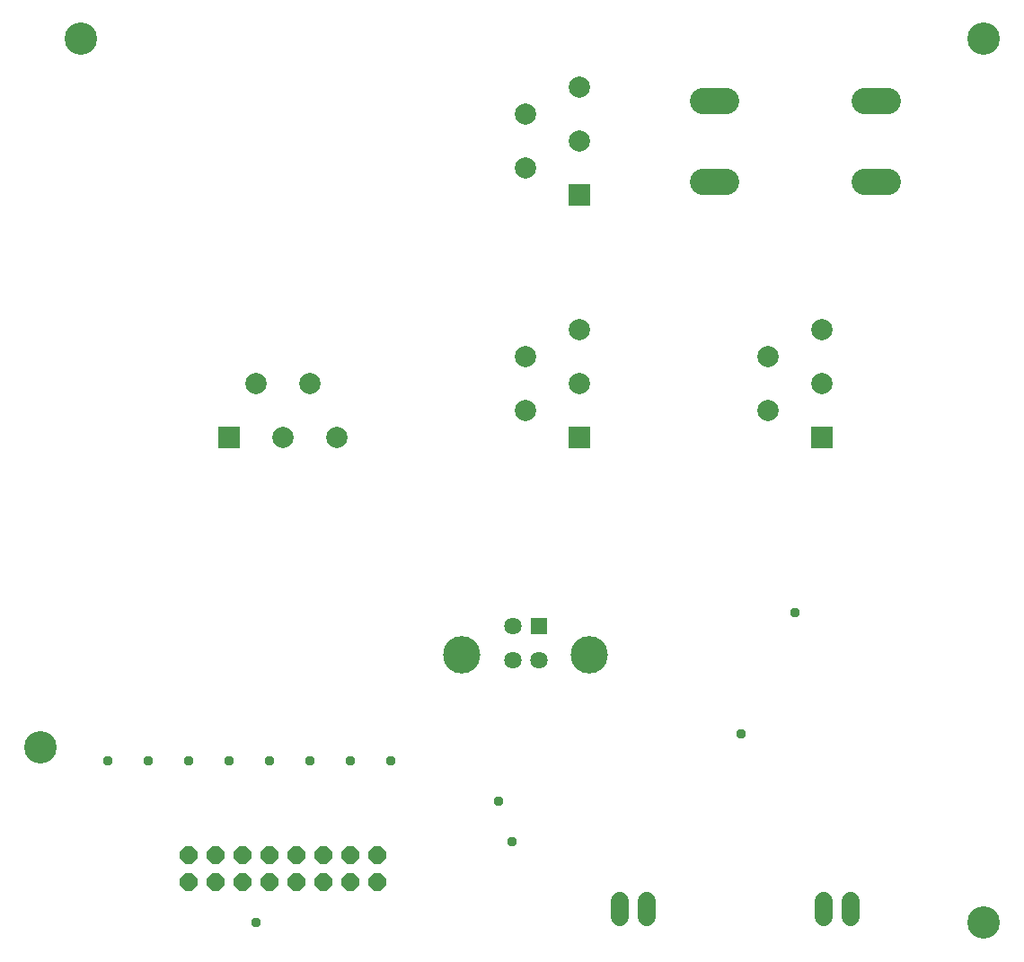
<source format=gbr>
G04 EAGLE Gerber RS-274X export*
G75*
%MOIN*%
%FSLAX34Y34*%
%LPD*%
%INSoldermask Top*%
%IPPOS*%
%AMOC8*
5,1,8,0,0,1.08239X$1,22.5*%
G01*
%ADD10C,0.120008*%
%ADD11P,0.069273X8X22.500000*%
%ADD12C,0.068000*%
%ADD13R,0.078866X0.078866*%
%ADD14C,0.078866*%
%ADD15C,0.064220*%
%ADD16R,0.064220X0.064220*%
%ADD17C,0.138551*%
%ADD18C,0.096500*%
%ADD19C,0.037780*%


D10*
X34500Y35300D03*
X-500Y9000D03*
X1000Y35300D03*
X34500Y2500D03*
D11*
X5000Y5000D03*
X5000Y4000D03*
X6000Y5000D03*
X6000Y4000D03*
X7000Y5000D03*
X7000Y4000D03*
X8000Y5000D03*
X8000Y4000D03*
X9000Y5000D03*
X9000Y4000D03*
X10000Y5000D03*
X10000Y4000D03*
X11000Y5000D03*
X11000Y4000D03*
X12000Y5000D03*
X12000Y4000D03*
D12*
X28550Y3300D02*
X28550Y2700D01*
X29550Y2700D02*
X29550Y3300D01*
D13*
X19500Y29500D03*
D14*
X19500Y31500D03*
X19500Y33500D03*
X17500Y30500D03*
X17500Y32500D03*
D13*
X6500Y20500D03*
D14*
X8500Y20500D03*
X10500Y20500D03*
X7500Y22500D03*
X9500Y22500D03*
D13*
X19500Y20500D03*
D14*
X19500Y22500D03*
X19500Y24500D03*
X17500Y21500D03*
X17500Y23500D03*
D13*
X28500Y20500D03*
D14*
X28500Y22500D03*
X28500Y24500D03*
X26500Y21500D03*
X26500Y23500D03*
D12*
X21000Y3300D02*
X21000Y2700D01*
X22000Y2700D02*
X22000Y3300D01*
D15*
X17016Y13500D03*
D16*
X18000Y13500D03*
D15*
X18000Y12236D03*
X17016Y12236D03*
D17*
X15138Y12435D03*
X19878Y12435D03*
D18*
X30058Y30000D02*
X30943Y30000D01*
X24943Y30000D02*
X24058Y30000D01*
X24058Y33000D02*
X24943Y33000D01*
X30058Y33000D02*
X30943Y33000D01*
D19*
X11000Y8500D03*
X12500Y8500D03*
X9500Y8500D03*
X2000Y8500D03*
X25500Y9500D03*
X3500Y8500D03*
X27500Y14000D03*
X5000Y8500D03*
X6500Y8500D03*
X8000Y8500D03*
X16500Y7000D03*
X17000Y5500D03*
X7500Y2500D03*
M02*

</source>
